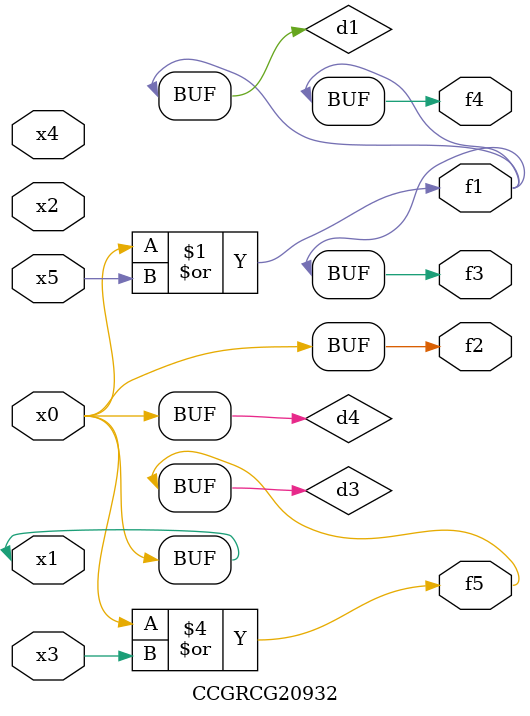
<source format=v>
module CCGRCG20932(
	input x0, x1, x2, x3, x4, x5,
	output f1, f2, f3, f4, f5
);

	wire d1, d2, d3, d4;

	or (d1, x0, x5);
	xnor (d2, x1, x4);
	or (d3, x0, x3);
	buf (d4, x0, x1);
	assign f1 = d1;
	assign f2 = d4;
	assign f3 = d1;
	assign f4 = d1;
	assign f5 = d3;
endmodule

</source>
